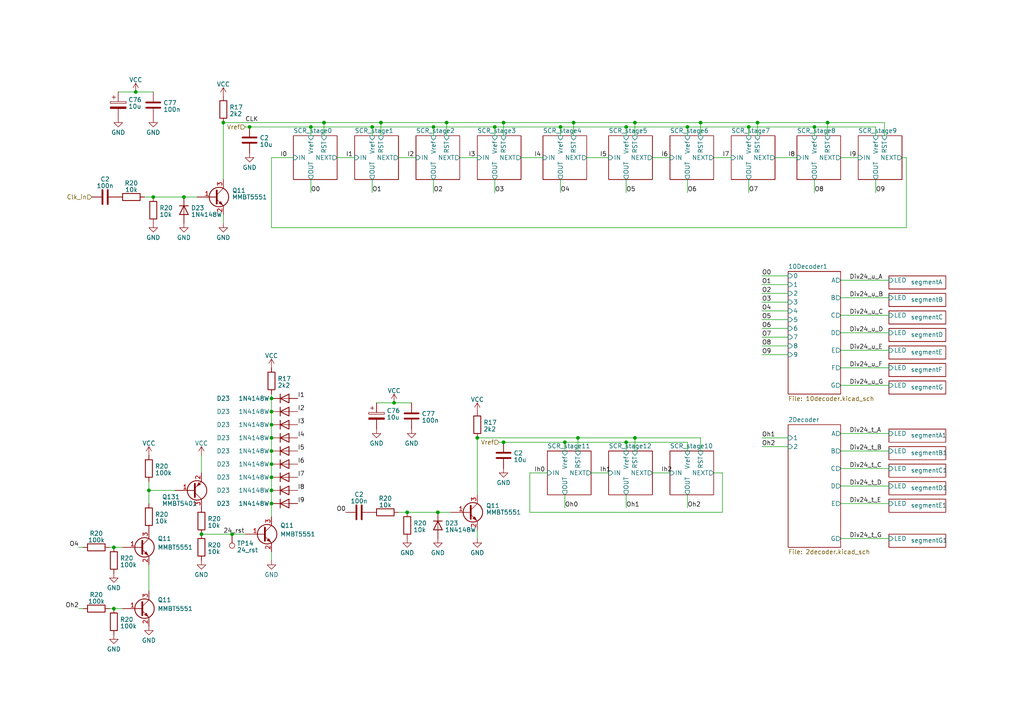
<source format=kicad_sch>
(kicad_sch (version 20230121) (generator eeschema)
  (paper "A4")
  (junction (at 146.05 35.56))
  (junction (at 33.02 158.75))
  (junction (at 39.37 26.67))
  (junction (at 93.98 35.56))
  (junction (at 199.39 36.83))
  (junction (at 146.05 128.27))
  (junction (at 33.02 176.53))
  (junction (at 78.74 119.38))
  (junction (at 53.34 57.15))
  (junction (at 78.74 146.05))
  (junction (at 166.37 35.56))
  (junction (at 58.42 154.94))
  (junction (at 78.74 130.81))
  (junction (at 203.2 35.56))
  (junction (at 114.3 116.84))
  (junction (at 78.74 134.62))
  (junction (at 125.73 36.83))
  (junction (at 44.45 57.15))
  (junction (at 184.15 127))
  (junction (at 219.71 35.56))
  (junction (at 78.74 115.57))
  (junction (at 236.22 36.83))
  (junction (at 167.64 127))
  (junction (at 240.03 35.56))
  (junction (at 163.83 128.27))
  (junction (at 143.51 36.83))
  (junction (at 184.15 35.56))
  (junction (at 118.11 148.59))
  (junction (at 107.95 36.83))
  (junction (at 162.56 36.83))
  (junction (at 78.74 123.19))
  (junction (at 138.43 127))
  (junction (at 78.74 127))
  (junction (at 110.49 35.56))
  (junction (at 78.74 138.43))
  (junction (at 72.39 36.83))
  (junction (at 181.61 36.83))
  (junction (at 181.61 128.27))
  (junction (at 127 148.59))
  (junction (at 129.54 35.56))
  (junction (at 90.17 36.83))
  (junction (at 78.74 142.24))
  (junction (at 217.17 36.83))
  (junction (at 67.31 154.94))
  (junction (at 64.77 35.56))
  (junction (at 43.18 142.24))
  (wire (pts (xy 243.84 125.73) (xy 257.81 125.73)))
  (wire (pts (xy 162.56 36.83) (xy 181.61 36.83)))
  (wire (pts (xy 78.74 134.62) (xy 78.74 138.43)))
  (wire (pts (xy 107.95 39.37) (xy 107.95 36.83)))
  (wire (pts (xy 125.73 39.37) (xy 125.73 36.83)))
  (wire (pts (xy 243.84 146.05) (xy 257.81 146.05)))
  (wire (pts (xy 78.74 127) (xy 78.74 130.81)))
  (wire (pts (xy 34.29 26.67) (xy 39.37 26.67)))
  (wire (pts (xy 184.15 35.56) (xy 184.15 39.37)))
  (wire (pts (xy 78.74 115.57) (xy 78.74 119.38)))
  (wire (pts (xy 125.73 36.83) (xy 143.51 36.83)))
  (wire (pts (xy 236.22 52.07) (xy 236.22 55.88)))
  (wire (pts (xy 219.71 35.56) (xy 240.03 35.56)))
  (wire (pts (xy 151.13 45.72) (xy 157.48 45.72)))
  (wire (pts (xy 90.17 36.83) (xy 90.17 39.37)))
  (wire (pts (xy 166.37 35.56) (xy 184.15 35.56)))
  (wire (pts (xy 262.89 45.72) (xy 262.89 66.04)))
  (wire (pts (xy 243.84 140.97) (xy 257.81 140.97)))
  (wire (pts (xy 33.02 158.75) (xy 31.75 158.75)))
  (wire (pts (xy 181.61 130.81) (xy 181.61 128.27)))
  (wire (pts (xy 220.98 95.25) (xy 228.6 95.25)))
  (wire (pts (xy 199.39 39.37) (xy 199.39 36.83)))
  (wire (pts (xy 243.84 81.28) (xy 257.81 81.28)))
  (wire (pts (xy 220.98 100.33) (xy 228.6 100.33)))
  (wire (pts (xy 181.61 52.07) (xy 181.61 55.88)))
  (wire (pts (xy 114.3 116.84) (xy 119.38 116.84)))
  (wire (pts (xy 144.78 128.27) (xy 146.05 128.27)))
  (wire (pts (xy 207.01 45.72) (xy 212.09 45.72)))
  (wire (pts (xy 22.86 176.53) (xy 24.13 176.53)))
  (wire (pts (xy 110.49 35.56) (xy 129.54 35.56)))
  (wire (pts (xy 163.83 128.27) (xy 163.83 130.81)))
  (wire (pts (xy 243.84 111.76) (xy 257.81 111.76)))
  (wire (pts (xy 129.54 35.56) (xy 129.54 39.37)))
  (wire (pts (xy 220.98 87.63) (xy 228.6 87.63)))
  (wire (pts (xy 220.98 80.01) (xy 228.6 80.01)))
  (wire (pts (xy 207.01 137.16) (xy 209.55 137.16)))
  (wire (pts (xy 43.18 142.24) (xy 43.18 146.05)))
  (wire (pts (xy 158.75 137.16) (xy 153.67 137.16)))
  (wire (pts (xy 138.43 127) (xy 167.64 127)))
  (wire (pts (xy 243.84 156.21) (xy 257.81 156.21)))
  (wire (pts (xy 93.98 39.37) (xy 93.98 35.56)))
  (wire (pts (xy 220.98 82.55) (xy 228.6 82.55)))
  (wire (pts (xy 53.34 57.15) (xy 44.45 57.15)))
  (wire (pts (xy 78.74 146.05) (xy 78.74 149.86)))
  (wire (pts (xy 220.98 85.09) (xy 228.6 85.09)))
  (wire (pts (xy 33.02 176.53) (xy 31.75 176.53)))
  (wire (pts (xy 171.45 137.16) (xy 176.53 137.16)))
  (wire (pts (xy 107.95 52.07) (xy 107.95 55.88)))
  (wire (pts (xy 217.17 52.07) (xy 217.17 55.88)))
  (wire (pts (xy 199.39 130.81) (xy 199.39 128.27)))
  (wire (pts (xy 199.39 52.07) (xy 199.39 55.88)))
  (wire (pts (xy 133.35 45.72) (xy 138.43 45.72)))
  (wire (pts (xy 203.2 127) (xy 203.2 130.81)))
  (wire (pts (xy 243.84 106.68) (xy 257.81 106.68)))
  (wire (pts (xy 97.79 45.72) (xy 102.87 45.72)))
  (wire (pts (xy 130.81 148.59) (xy 127 148.59)))
  (wire (pts (xy 85.09 45.72) (xy 78.74 45.72)))
  (wire (pts (xy 125.73 52.07) (xy 125.73 55.88)))
  (wire (pts (xy 72.39 36.83) (xy 90.17 36.83)))
  (wire (pts (xy 236.22 39.37) (xy 236.22 36.83)))
  (wire (pts (xy 71.12 36.83) (xy 72.39 36.83)))
  (wire (pts (xy 78.74 123.19) (xy 78.74 127)))
  (wire (pts (xy 146.05 35.56) (xy 166.37 35.56)))
  (wire (pts (xy 110.49 35.56) (xy 110.49 39.37)))
  (wire (pts (xy 166.37 35.56) (xy 166.37 39.37)))
  (wire (pts (xy 163.83 143.51) (xy 163.83 147.32)))
  (wire (pts (xy 181.61 36.83) (xy 199.39 36.83)))
  (wire (pts (xy 138.43 156.21) (xy 138.43 153.67)))
  (wire (pts (xy 219.71 35.56) (xy 219.71 39.37)))
  (wire (pts (xy 220.98 90.17) (xy 228.6 90.17)))
  (wire (pts (xy 243.84 86.36) (xy 257.81 86.36)))
  (wire (pts (xy 57.15 57.15) (xy 53.34 57.15)))
  (wire (pts (xy 153.67 137.16) (xy 153.67 148.59)))
  (wire (pts (xy 109.22 116.84) (xy 114.3 116.84)))
  (wire (pts (xy 143.51 39.37) (xy 143.51 36.83)))
  (wire (pts (xy 184.15 35.56) (xy 203.2 35.56)))
  (wire (pts (xy 217.17 36.83) (xy 236.22 36.83)))
  (wire (pts (xy 181.61 39.37) (xy 181.61 36.83)))
  (wire (pts (xy 243.84 130.81) (xy 257.81 130.81)))
  (wire (pts (xy 115.57 45.72) (xy 120.65 45.72)))
  (wire (pts (xy 224.79 45.72) (xy 231.14 45.72)))
  (wire (pts (xy 240.03 35.56) (xy 256.54 35.56)))
  (wire (pts (xy 181.61 128.27) (xy 199.39 128.27)))
  (wire (pts (xy 107.95 36.83) (xy 125.73 36.83)))
  (wire (pts (xy 90.17 36.83) (xy 107.95 36.83)))
  (wire (pts (xy 243.84 91.44) (xy 257.81 91.44)))
  (wire (pts (xy 189.23 137.16) (xy 194.31 137.16)))
  (wire (pts (xy 129.54 35.56) (xy 146.05 35.56)))
  (wire (pts (xy 33.02 176.53) (xy 35.56 176.53)))
  (wire (pts (xy 67.31 154.94) (xy 71.12 154.94)))
  (wire (pts (xy 143.51 36.83) (xy 162.56 36.83)))
  (wire (pts (xy 90.17 52.07) (xy 90.17 55.88)))
  (wire (pts (xy 199.39 36.83) (xy 217.17 36.83)))
  (wire (pts (xy 203.2 35.56) (xy 203.2 39.37)))
  (wire (pts (xy 39.37 26.67) (xy 44.45 26.67)))
  (wire (pts (xy 78.74 130.81) (xy 78.74 134.62)))
  (wire (pts (xy 163.83 128.27) (xy 181.61 128.27)))
  (wire (pts (xy 64.77 35.56) (xy 93.98 35.56)))
  (wire (pts (xy 78.74 162.56) (xy 78.74 160.02)))
  (wire (pts (xy 167.64 130.81) (xy 167.64 127)))
  (wire (pts (xy 64.77 64.77) (xy 64.77 62.23)))
  (wire (pts (xy 220.98 97.79) (xy 228.6 97.79)))
  (wire (pts (xy 138.43 143.51) (xy 138.43 127)))
  (wire (pts (xy 217.17 39.37) (xy 217.17 36.83)))
  (wire (pts (xy 184.15 127) (xy 203.2 127)))
  (wire (pts (xy 181.61 143.51) (xy 181.61 147.32)))
  (wire (pts (xy 203.2 35.56) (xy 219.71 35.56)))
  (wire (pts (xy 243.84 96.52) (xy 257.81 96.52)))
  (wire (pts (xy 209.55 137.16) (xy 209.55 148.59)))
  (wire (pts (xy 78.74 142.24) (xy 78.74 146.05)))
  (wire (pts (xy 44.45 57.15) (xy 41.91 57.15)))
  (wire (pts (xy 146.05 128.27) (xy 163.83 128.27)))
  (wire (pts (xy 78.74 45.72) (xy 78.74 66.04)))
  (wire (pts (xy 220.98 92.71) (xy 228.6 92.71)))
  (wire (pts (xy 261.62 45.72) (xy 262.89 45.72)))
  (wire (pts (xy 170.18 45.72) (xy 176.53 45.72)))
  (wire (pts (xy 78.74 115.57) (xy 78.74 114.3)))
  (wire (pts (xy 254 39.37) (xy 254 36.83)))
  (wire (pts (xy 243.84 101.6) (xy 257.81 101.6)))
  (wire (pts (xy 199.39 143.51) (xy 199.39 147.32)))
  (wire (pts (xy 243.84 45.72) (xy 248.92 45.72)))
  (wire (pts (xy 78.74 66.04) (xy 262.89 66.04)))
  (wire (pts (xy 189.23 45.72) (xy 194.31 45.72)))
  (wire (pts (xy 143.51 52.07) (xy 143.51 55.88)))
  (wire (pts (xy 162.56 52.07) (xy 162.56 55.88)))
  (wire (pts (xy 33.02 158.75) (xy 35.56 158.75)))
  (wire (pts (xy 220.98 127) (xy 228.6 127)))
  (wire (pts (xy 78.74 138.43) (xy 78.74 142.24)))
  (wire (pts (xy 254 52.07) (xy 254 55.88)))
  (wire (pts (xy 43.18 142.24) (xy 50.8 142.24)))
  (wire (pts (xy 220.98 102.87) (xy 228.6 102.87)))
  (wire (pts (xy 43.18 139.7) (xy 43.18 142.24)))
  (wire (pts (xy 209.55 148.59) (xy 153.67 148.59)))
  (wire (pts (xy 240.03 35.56) (xy 240.03 39.37)))
  (wire (pts (xy 22.86 158.75) (xy 24.13 158.75)))
  (wire (pts (xy 58.42 154.94) (xy 67.31 154.94)))
  (wire (pts (xy 64.77 52.07) (xy 64.77 35.56)))
  (wire (pts (xy 167.64 127) (xy 184.15 127)))
  (wire (pts (xy 184.15 127) (xy 184.15 130.81)))
  (wire (pts (xy 162.56 39.37) (xy 162.56 36.83)))
  (wire (pts (xy 236.22 36.83) (xy 254 36.83)))
  (wire (pts (xy 256.54 35.56) (xy 256.54 39.37)))
  (wire (pts (xy 118.11 148.59) (xy 115.57 148.59)))
  (wire (pts (xy 146.05 35.56) (xy 146.05 39.37)))
  (wire (pts (xy 127 148.59) (xy 118.11 148.59)))
  (wire (pts (xy 43.18 171.45) (xy 43.18 163.83)))
  (wire (pts (xy 93.98 35.56) (xy 110.49 35.56)))
  (wire (pts (xy 58.42 132.08) (xy 58.42 137.16)))
  (wire (pts (xy 220.98 129.54) (xy 228.6 129.54)))
  (wire (pts (xy 78.74 119.38) (xy 78.74 123.19)))
  (wire (pts (xy 243.84 135.89) (xy 257.81 135.89)))
  (label "Oh1" (at 220.98 127 0))
  (label "Oh2" (at 199.39 147.32 0))
  (label "I9" (at 246.38 45.72 0))
  (label "O9" (at 220.98 102.87 0))
  (label "I4" (at 86.36 127 0))
  (label "Div24_t_E" (at 246.38 146.05 0))
  (label "Div24_u_B" (at 246.38 86.36 0))
  (label "Div24_u_E" (at 246.38 101.6 0))
  (label "Div24_t_G" (at 246.38 156.21 0))
  (label "Oh0" (at 163.83 147.32 0))
  (label "Div24_u_G" (at 246.38 111.76 0))
  (label "O4" (at 220.98 90.17 0))
  (label "I7" (at 86.36 138.43 0))
  (label "I6" (at 191.77 45.72 0))
  (label "I6" (at 86.36 134.62 0))
  (label "I3" (at 86.36 123.19 0))
  (label "I5" (at 173.99 45.72 0))
  (label "O1" (at 220.98 82.55 0))
  (label "I7" (at 209.55 45.72 0))
  (label "Div24_t_A" (at 246.38 125.73 0))
  (label "O1" (at 107.95 55.88 0))
  (label "Ih1" (at 173.99 137.16 0))
  (label "O3" (at 220.98 87.63 0))
  (label "I9" (at 86.36 146.05 0))
  (label "O2" (at 125.73 55.88 0))
  (label "Div24_u_D" (at 246.38 96.52 0))
  (label "CLK" (at 71.12 35.56 0))
  (label "O8" (at 220.98 100.33 0))
  (label "O0" (at 90.17 55.88 0))
  (label "O2" (at 220.98 85.09 0))
  (label "O8" (at 236.22 55.88 0))
  (label "I8" (at 86.36 142.24 0))
  (label "O6" (at 220.98 95.25 0))
  (label "O7" (at 217.17 55.88 0))
  (label "Div24_u_C" (at 246.38 91.44 0))
  (label "Div24_t_D" (at 246.38 140.97 0))
  (label "Div24_t_B" (at 246.38 130.81 0))
  (label "O5" (at 181.61 55.88 0))
  (label "I5" (at 86.36 130.81 0))
  (label "24_rst" (at 64.77 154.94 0))
  (label "I1" (at 100.33 45.72 0))
  (label "O3" (at 143.51 55.88 0))
  (label "O4" (at 22.86 158.75 180))
  (label "Div24_t_C" (at 246.38 135.89 0))
  (label "O0" (at 100.33 148.59 180))
  (label "Div24_u_A" (at 246.38 81.28 0))
  (label "Ih0" (at 154.94 137.16 0))
  (label "I2" (at 118.11 45.72 0))
  (label "Ih2" (at 191.77 137.16 0))
  (label "I1" (at 86.36 115.57 0))
  (label "I3" (at 135.89 45.72 0))
  (label "I2" (at 86.36 119.38 0))
  (label "O7" (at 220.98 97.79 0))
  (label "O6" (at 199.39 55.88 0))
  (label "I4" (at 154.94 45.72 0))
  (label "I0" (at 81.28 45.72 0))
  (label "Div24_u_F" (at 246.38 106.68 0))
  (label "O0" (at 220.98 80.01 0))
  (label "O4" (at 162.56 55.88 0))
  (label "O5" (at 220.98 92.71 0))
  (label "O9" (at 254 55.88 0))
  (label "Oh2" (at 220.98 129.54 0))
  (label "I8" (at 228.6 45.72 0))
  (label "Oh1" (at 181.61 147.32 0))
  (label "Oh2" (at 22.86 176.53 180))
  (hierarchical_label "Vref" (shape input) (at 144.78 128.27 180))
  (hierarchical_label "Clk_in" (shape input) (at 26.67 57.15 180))
  (hierarchical_label "Vref" (shape input) (at 71.12 36.83 180))
  (symbol (lib_id "power:GND") (at 53.34 64.77 0) (unit 1)
    (property "Reference" "#PWR034" (effects hide))
    (property "Value" "GND" (at 53.34 68.9055 0))
    (instances (project "transistor_clock" (path "" (reference "#PWR034") (unit 1)) (path "" (reference "#PWR077") (unit 1)) (path "" (reference "#PWR0113") (unit 1)) (path "" (reference "#PWR0152") (unit 1))))
  )
  (symbol (lib_id "power:GND") (at 34.29 34.29 0) (unit 1)
    (property "Reference" "#PWR09" (effects hide))
    (property "Value" "GND" (at 34.29 38.4255 0))
    (instances (project "transistor_clock" (path "" (reference "#PWR09") (unit 1)) (path "" (reference "#PWR0112") (unit 1)) (path "" (reference "#PWR0181") (unit 1)) (path "" (reference "#PWR0253") (unit 1)) (path "" (reference "#PWR074") (unit 1)) (path "" (reference "#PWR0110") (unit 1)) (path "" (reference "#PWR0109") (unit 1))))
  )
  (symbol (lib_id "Connector:TestPoint") (at 67.31 154.94 180) (unit 1)
    (property "Reference" "TP14" (at 68.707 157.5983 0) (effects (justify right)))
    (property "Value" "24_rst" (at 68.707 159.5193 0) (effects (justify right)))
    (property "Footprint" "footprints:RCSRCW_0C_testpoint_1206" (effects hide))
    (property "Assembly" "OK" (effects hide))
    (instances (project "transistor_clock" (path "" (reference "TP14") (unit 1)) (path "" (reference "TP15") (unit 1))))
  )
  (symbol (lib_id "Device:R") (at 33.02 180.34 0) (unit 1)
    (property "Reference" "R20" (at 34.798 179.6963 0) (effects (justify left)))
    (property "Value" "100k" (at 34.798 181.6173 0) (effects (justify left)))
    (property "Footprint" "Resistor_SMD:R_0603_1608Metric" (effects hide))
    (property "Assembly" "True" (effects hide))
    (property "LCSC_PN" "C25803" (effects hide))
    (property "Price" "0.0009" (effects hide))
    (instances (project "transistor_clock" (path "" (reference "R20") (unit 1)) (path "" (reference "R56") (unit 1)) (path "" (reference "R52") (unit 1)) (path "" (reference "R90") (unit 1)) (path "" (reference "R330") (unit 1))))
  )
  (symbol (lib_id "Device:R") (at 38.1 57.15 90) (unit 1)
    (property "Reference" "R20" (at 38.1 53.1241 90))
    (property "Value" "10k" (at 38.1 55.0451 90))
    (property "Footprint" "Resistor_SMD:R_0603_1608Metric" (effects hide))
    (property "Assembly" "True" (effects hide))
    (property "LCSC_PN" "C25804" (effects hide))
    (property "Price" "0.0008" (effects hide))
    (instances (project "transistor_clock" (path "" (reference "R20") (unit 1)) (path "" (reference "R56") (unit 1)) (path "" (reference "R52") (unit 1)) (path "" (reference "R90") (unit 1)) (path "" (reference "R168") (unit 1))))
  )
  (symbol (lib_id "power:GND") (at 127 156.21 0) (unit 1)
    (property "Reference" "#PWR034" (effects hide))
    (property "Value" "GND" (at 127 160.3455 0))
    (instances (project "transistor_clock" (path "" (reference "#PWR034") (unit 1)) (path "" (reference "#PWR077") (unit 1)) (path "" (reference "#PWR0113") (unit 1)) (path "" (reference "#PWR0200") (unit 1))))
  )
  (symbol (lib_id "Device:R") (at 111.76 148.59 90) (unit 1)
    (property "Reference" "R20" (at 111.76 144.5641 90))
    (property "Value" "10k" (at 111.76 146.4851 90))
    (property "Footprint" "Resistor_SMD:R_0603_1608Metric" (effects hide))
    (property "Assembly" "True" (effects hide))
    (property "LCSC_PN" "C25804" (effects hide))
    (property "Price" "0.0008" (effects hide))
    (instances (project "transistor_clock" (path "" (reference "R20") (unit 1)) (path "" (reference "R56") (unit 1)) (path "" (reference "R52") (unit 1)) (path "" (reference "R90") (unit 1)) (path "" (reference "R327") (unit 1))))
  )
  (symbol (lib_id "Device:C_Polarized") (at 109.22 120.65 0) (unit 1)
    (property "Reference" "C76" (at 112.141 119.1173 0) (effects (justify left)))
    (property "Value" "10u" (at 112.141 121.0383 0) (effects (justify left)))
    (property "Footprint" "Capacitor_SMD:C_0805_2012Metric" (effects hide))
    (property "Assembly" "True" (effects hide))
    (property "LCSC_PN" "C15850" (effects hide))
    (property "Price" "0.0105" (effects hide))
    (instances (project "transistor_clock" (path "" (reference "C76") (unit 1)) (path "" (reference "C19") (unit 1)) (path "" (reference "C28") (unit 1)) (path "" (reference "C58") (unit 1))))
  )
  (symbol (lib_id "Device:D") (at 82.55 115.57 0) (unit 1)
    (property "Reference" "D23" (at 64.77 115.57 0))
    (property "Value" "1N4148W" (at 73.66 115.57 0))
    (property "Footprint" "Diode_SMD:D_SOD-123" (effects hide))
    (property "Sim.Device" "D" (effects hide))
    (property "Sim.Pins" "1=K 2=A" (effects hide))
    (property "Assembly" "True" (effects hide))
    (property "LCSC_PN" "C81598" (effects hide))
    (property "Price" "0.0061" (effects hide))
    (instances (project "transistor_clock" (path "" (reference "D23") (unit 1)) (path "" (reference "D50") (unit 1)) (path "" (reference "D123") (unit 1)) (path "" (reference "D137") (unit 1)) (path "" (reference "D271") (unit 1))))
  )
  (symbol (lib_id "Transistor_BJT:MMBT3904") (at 76.2 154.94 0) (unit 1)
    (property "Reference" "Q11" (at 81.28 152.4 0) (effects (justify left)))
    (property "Value" "MMBT5551" (at 81.28 154.94 0) (effects (justify left)))
    (property "Footprint" "Package_TO_SOT_SMD:SOT-23" (effects hide))
    (property "Datasheet" "https://www.onsemi.com/pub/Collateral/2N3903-D.PDF" (effects hide))
    (property "Assembly" "True" (effects hide))
    (property "LCSC_PN" "C2145" (effects hide))
    (property "Price" "0.0136" (effects hide))
    (instances (project "transistor_clock" (path "" (reference "Q11") (unit 1)) (path "" (reference "Q28") (unit 1)) (path "" (reference "Q26") (unit 1)) (path "" (reference "Q45") (unit 1)) (path "" (reference "Q97") (unit 1))))
  )
  (symbol (lib_id "Transistor_BJT:MMBT3904") (at 135.89 148.59 0) (unit 1)
    (property "Reference" "Q11" (at 140.97 146.685 0) (effects (justify left)))
    (property "Value" "MMBT5551" (at 140.97 148.59 0) (effects (justify left)))
    (property "Footprint" "Package_TO_SOT_SMD:SOT-23" (effects hide))
    (property "Datasheet" "https://www.onsemi.com/pub/Collateral/2N3903-D.PDF" (effects hide))
    (property "Assembly" "True" (effects hide))
    (property "LCSC_PN" "C2145" (effects hide))
    (property "Price" "0.0136" (effects hide))
    (instances (project "transistor_clock" (path "" (reference "Q11") (unit 1)) (path "" (reference "Q28") (unit 1)) (path "" (reference "Q26") (unit 1)) (path "" (reference "Q45") (unit 1)) (path "" (reference "Q158") (unit 1))))
  )
  (symbol (lib_id "power:GND") (at 33.02 184.15 0) (unit 1)
    (property "Reference" "#PWR034" (effects hide))
    (property "Value" "GND" (at 33.02 188.2855 0))
    (instances (project "transistor_clock" (path "" (reference "#PWR034") (unit 1)) (path "" (reference "#PWR077") (unit 1)) (path "" (reference "#PWR0113") (unit 1)) (path "" (reference "#PWR0239") (unit 1))))
  )
  (symbol (lib_id "power:GND") (at 118.11 156.21 0) (unit 1)
    (property "Reference" "#PWR034" (effects hide))
    (property "Value" "GND" (at 118.11 160.3455 0))
    (instances (project "transistor_clock" (path "" (reference "#PWR034") (unit 1)) (path "" (reference "#PWR077") (unit 1)) (path "" (reference "#PWR0113") (unit 1)) (path "" (reference "#PWR0199") (unit 1))))
  )
  (symbol (lib_id "Device:C") (at 30.48 57.15 90) (unit 1)
    (property "Reference" "C2" (at 30.48 51.9811 90))
    (property "Value" "100n" (at 30.48 53.9021 90))
    (property "Footprint" "Capacitor_SMD:C_0603_1608Metric" (effects hide))
    (property "Assembly" "True" (effects hide))
    (property "LCSC_PN" "C14663" (effects hide))
    (property "Price" "0.0021" (effects hide))
    (instances (project "transistor_clock" (path "" (reference "C2") (unit 1)) (path "" (reference "C11") (unit 1)) (path "" (reference "C21") (unit 1)) (path "" (reference "C30") (unit 1)) (path "" (reference "C41") (unit 1))))
  )
  (symbol (lib_id "Transistor_BJT:MMBT3904") (at 40.64 158.75 0) (unit 1)
    (property "Reference" "Q11" (at 45.72 156.21 0) (effects (justify left)))
    (property "Value" "MMBT5551" (at 45.72 158.75 0) (effects (justify left)))
    (property "Footprint" "Package_TO_SOT_SMD:SOT-23" (effects hide))
    (property "Datasheet" "https://www.onsemi.com/pub/Collateral/2N3903-D.PDF" (effects hide))
    (property "Assembly" "True" (effects hide))
    (property "LCSC_PN" "C2145" (effects hide))
    (property "Price" "0.0136" (effects hide))
    (instances (project "transistor_clock" (path "" (reference "Q11") (unit 1)) (path "" (reference "Q28") (unit 1)) (path "" (reference "Q26") (unit 1)) (path "" (reference "Q45") (unit 1)) (path "" (reference "Q99") (unit 1))))
  )
  (symbol (lib_id "Device:R") (at 27.94 158.75 270) (unit 1)
    (property "Reference" "R20" (at 27.94 154.7241 90))
    (property "Value" "100k" (at 27.94 156.6451 90))
    (property "Footprint" "Resistor_SMD:R_0603_1608Metric" (effects hide))
    (property "Assembly" "True" (effects hide))
    (property "LCSC_PN" "C25803" (effects hide))
    (property "Price" "0.0009" (effects hide))
    (instances (project "transistor_clock" (path "" (reference "R20") (unit 1)) (path "" (reference "R56") (unit 1)) (path "" (reference "R52") (unit 1)) (path "" (reference "R90") (unit 1)) (path "" (reference "R222") (unit 1))))
  )
  (symbol (lib_id "Device:R") (at 138.43 123.19 0) (unit 1)
    (property "Reference" "R17" (at 140.208 122.5463 0) (effects (justify left)))
    (property "Value" "2k2" (at 140.208 124.4673 0) (effects (justify left)))
    (property "Footprint" "Resistor_SMD:R_0603_1608Metric" (effects hide))
    (property "Assembly" "True" (effects hide))
    (property "LCSC_PN" "C4190" (effects hide))
    (property "Price" "0.0009" (effects hide))
    (instances (project "transistor_clock" (path "" (reference "R17") (unit 1)) (path "" (reference "R53") (unit 1)) (path "" (reference "R91") (unit 1)) (path "" (reference "R329") (unit 1))))
  )
  (symbol (lib_id "Device:C_Polarized") (at 34.29 30.48 0) (unit 1)
    (property "Reference" "C76" (at 37.211 28.9473 0) (effects (justify left)))
    (property "Value" "10u" (at 37.211 30.8683 0) (effects (justify left)))
    (property "Footprint" "Capacitor_SMD:C_0805_2012Metric" (effects hide))
    (property "Assembly" "True" (effects hide))
    (property "LCSC_PN" "C15850" (effects hide))
    (property "Price" "0.0105" (effects hide))
    (instances (project "transistor_clock" (path "" (reference "C76") (unit 1)) (path "" (reference "C19") (unit 1)) (path "" (reference "C28") (unit 1)) (path "" (reference "C27") (unit 1))))
  )
  (symbol (lib_id "Device:C") (at 72.39 40.64 180) (unit 1)
    (property "Reference" "C2" (at 75.311 39.9963 0) (effects (justify right)))
    (property "Value" "10u" (at 75.311 41.9173 0) (effects (justify right)))
    (property "Footprint" "Capacitor_SMD:C_0805_2012Metric" (effects hide))
    (property "Assembly" "True" (effects hide))
    (property "LCSC_PN" "C15850" (effects hide))
    (property "Price" "0.0105" (effects hide))
    (instances (project "transistor_clock" (path "" (reference "C2") (unit 1)) (path "" (reference "C1") (unit 1)) (path "" (reference "C22") (unit 1)) (path "" (reference "C31") (unit 1)) (path "" (reference "C43") (unit 1))))
  )
  (symbol (lib_id "power:VCC") (at 58.42 132.08 0) (unit 1)
    (property "Reference" "#PWR022" (effects hide))
    (property "Value" "VCC" (at 58.42 128.5781 0))
    (instances (project "transistor_clock" (path "" (reference "#PWR022") (unit 1)) (path "" (reference "#PWR078") (unit 1)) (path "" (reference "#PWR0114") (unit 1)) (path "" (reference "#PWR0187") (unit 1))))
  )
  (symbol (lib_id "power:VCC") (at 138.43 119.38 0) (unit 1)
    (property "Reference" "#PWR022" (effects hide))
    (property "Value" "VCC" (at 138.43 115.8781 0))
    (instances (project "transistor_clock" (path "" (reference "#PWR022") (unit 1)) (path "" (reference "#PWR078") (unit 1)) (path "" (reference "#PWR0114") (unit 1)) (path "" (reference "#PWR0219") (unit 1))))
  )
  (symbol (lib_id "Device:C") (at 44.45 30.48 180) (unit 1)
    (property "Reference" "C77" (at 47.371 29.8363 0) (effects (justify right)))
    (property "Value" "100n" (at 47.371 31.7573 0) (effects (justify right)))
    (property "Footprint" "Capacitor_SMD:C_0603_1608Metric" (effects hide))
    (property "Assembly" "True" (effects hide))
    (property "LCSC_PN" "C14663" (effects hide))
    (property "Price" "0.0021" (effects hide))
    (instances (project "transistor_clock" (path "" (reference "C77") (unit 1)) (path "" (reference "C20") (unit 1)) (path "" (reference "C29") (unit 1)) (path "" (reference "C2") (unit 1)) (path "" (reference "C33") (unit 1)) (path "" (reference "C1") (unit 1)) (path "" (reference "C42") (unit 1))))
  )
  (symbol (lib_id "power:GND") (at 138.43 156.21 0) (unit 1)
    (property "Reference" "#PWR033" (effects hide))
    (property "Value" "GND" (at 138.43 160.3455 0))
    (instances (project "transistor_clock" (path "" (reference "#PWR033") (unit 1)) (path "" (reference "#PWR079") (unit 1)) (path "" (reference "#PWR0115") (unit 1)) (path "" (reference "#PWR0220") (unit 1))))
  )
  (symbol (lib_id "power:GND") (at 72.39 44.45 0) (unit 1)
    (property "Reference" "#PWR07" (effects hide))
    (property "Value" "GND" (at 72.39 48.5855 0))
    (instances (project "transistor_clock" (path "" (reference "#PWR07") (unit 1)) (path "" (reference "#PWR080") (unit 1)) (path "" (reference "#PWR0116") (unit 1)) (path "" (reference "#PWR0155") (unit 1))))
  )
  (symbol (lib_id "power:VCC") (at 43.18 132.08 0) (unit 1)
    (property "Reference" "#PWR022" (effects hide))
    (property "Value" "VCC" (at 43.18 128.5781 0))
    (instances (project "transistor_clock" (path "" (reference "#PWR022") (unit 1)) (path "" (reference "#PWR078") (unit 1)) (path "" (reference "#PWR0114") (unit 1)) (path "" (reference "#PWR0189") (unit 1))))
  )
  (symbol (lib_id "power:GND") (at 58.42 162.56 0) (unit 1)
    (property "Reference" "#PWR034" (effects hide))
    (property "Value" "GND" (at 58.42 166.6955 0))
    (instances (project "transistor_clock" (path "" (reference "#PWR034") (unit 1)) (path "" (reference "#PWR077") (unit 1)) (path "" (reference "#PWR0113") (unit 1)) (path "" (reference "#PWR0188") (unit 1))))
  )
  (symbol (lib_id "Device:R") (at 27.94 176.53 270) (unit 1)
    (property "Reference" "R20" (at 27.94 172.5041 90))
    (property "Value" "100k" (at 27.94 174.4251 90))
    (property "Footprint" "Resistor_SMD:R_0603_1608Metric" (effects hide))
    (property "Assembly" "True" (effects hide))
    (property "LCSC_PN" "C25803" (effects hide))
    (property "Price" "0.0009" (effects hide))
    (instances (project "transistor_clock" (path "" (reference "R20") (unit 1)) (path "" (reference "R56") (unit 1)) (path "" (reference "R52") (unit 1)) (path "" (reference "R90") (unit 1)) (path "" (reference "R223") (unit 1))))
  )
  (symbol (lib_id "Device:R") (at 43.18 149.86 180) (unit 1)
    (property "Reference" "R20" (at 44.958 149.2163 0) (effects (justify right)))
    (property "Value" "10k" (at 44.958 151.1373 0) (effects (justify right)))
    (property "Footprint" "Resistor_SMD:R_0603_1608Metric" (effects hide))
    (property "Assembly" "True" (effects hide))
    (property "LCSC_PN" "C25804" (effects hide))
    (property "Price" "0.0008" (effects hide))
    (instances (project "transistor_clock" (path "" (reference "R20") (unit 1)) (path "" (reference "R56") (unit 1)) (path "" (reference "R52") (unit 1)) (path "" (reference "R90") (unit 1)) (path "" (reference "R199") (unit 1))))
  )
  (symbol (lib_id "Device:R") (at 44.45 60.96 180) (unit 1)
    (property "Reference" "R20" (at 46.228 60.3163 0) (effects (justify right)))
    (property "Value" "10k" (at 46.228 62.2373 0) (effects (justify right)))
    (property "Footprint" "Resistor_SMD:R_0603_1608Metric" (effects hide))
    (property "Assembly" "True" (effects hide))
    (property "LCSC_PN" "C25804" (effects hide))
    (property "Price" "0.0008" (effects hide))
    (instances (project "transistor_clock" (path "" (reference "R20") (unit 1)) (path "" (reference "R56") (unit 1)) (path "" (reference "R52") (unit 1)) (path "" (reference "R90") (unit 1)) (path "" (reference "R194") (unit 1))))
  )
  (symbol (lib_id "power:VCC") (at 39.37 26.67 0) (unit 1)
    (property "Reference" "#PWR022" (effects hide))
    (property "Value" "VCC" (at 39.37 23.1681 0))
    (instances (project "transistor_clock" (path "" (reference "#PWR022") (unit 1)) (path "" (reference "#PWR0114") (unit 1)) (path "" (reference "#PWR0191") (unit 1)) (path "" (reference "#PWR0261") (unit 1)) (path "" (reference "#PWR075") (unit 1)) (path "" (reference "#PWR0111") (unit 1)) (path "" (reference "#PWR0150") (unit 1))))
  )
  (symbol (lib_id "Device:C") (at 104.14 148.59 90) (unit 1)
    (property "Reference" "C2" (at 104.14 143.4211 90))
    (property "Value" "100n" (at 104.14 145.3421 90))
    (property "Footprint" "Capacitor_SMD:C_0603_1608Metric" (effects hide))
    (property "Assembly" "True" (effects hide))
    (property "LCSC_PN" "C14663" (effects hide))
    (property "Price" "0.0021" (effects hide))
    (instances (project "transistor_clock" (path "" (reference "C2") (unit 1)) (path "" (reference "C11") (unit 1)) (path "" (reference "C21") (unit 1)) (path "" (reference "C30") (unit 1)) (path "" (reference "C56") (unit 1))))
  )
  (symbol (lib_id "Device:D") (at 82.55 142.24 0) (unit 1)
    (property "Reference" "D23" (at 64.77 142.24 0))
    (property "Value" "1N4148W" (at 73.66 142.24 0))
    (property "Footprint" "Diode_SMD:D_SOD-123" (effects hide))
    (property "Sim.Device" "D" (effects hide))
    (property "Sim.Pins" "1=K 2=A" (effects hide))
    (property "Assembly" "True" (effects hide))
    (property "LCSC_PN" "C81598" (effects hide))
    (property "Price" "0.0061" (effects hide))
    (instances (project "transistor_clock" (path "" (reference "D23") (unit 1)) (path "" (reference "D50") (unit 1)) (path "" (reference "D123") (unit 1)) (path "" (reference "D137") (unit 1)) (path "" (reference "D278") (unit 1))))
  )
  (symbol (lib_id "Device:D") (at 53.34 60.96 270) (unit 1)
    (property "Reference" "D23" (at 55.372 60.3163 90) (effects (justify left)))
    (property "Value" "1N4148W" (at 55.372 62.2373 90) (effects (justify left)))
    (property "Footprint" "Diode_SMD:D_SOD-123" (effects hide))
    (property "Sim.Device" "D" (effects hide))
    (property "Sim.Pins" "1=K 2=A" (effects hide))
    (property "Assembly" "True" (effects hide))
    (property "LCSC_PN" "C81598" (effects hide))
    (property "Price" "0.0061" (effects hide))
    (instances (project "transistor_clock" (path "" (reference "D23") (unit 1)) (path "" (reference "D50") (unit 1)) (path "" (reference "D123") (unit 1)) (path "" (reference "D137") (unit 1)) (path "" (reference "D262") (unit 1))))
  )
  (symbol (lib_id "power:VCC") (at 78.74 106.68 0) (unit 1)
    (property "Reference" "#PWR022" (effects hide))
    (property "Value" "VCC" (at 78.74 103.1781 0))
    (instances (project "transistor_clock" (path "" (reference "#PWR022") (unit 1)) (path "" (reference "#PWR078") (unit 1)) (path "" (reference "#PWR0114") (unit 1)) (path "" (reference "#PWR0190") (unit 1))))
  )
  (symbol (lib_id "Device:R") (at 58.42 151.13 180) (unit 1)
    (property "Reference" "R20" (at 60.198 150.4863 0) (effects (justify right)))
    (property "Value" "10k" (at 60.198 152.4073 0) (effects (justify right)))
    (property "Footprint" "Resistor_SMD:R_0603_1608Metric" (effects hide))
    (property "Assembly" "True" (effects hide))
    (property "LCSC_PN" "C25804" (effects hide))
    (property "Price" "0.0008" (effects hide))
    (instances (project "transistor_clock" (path "" (reference "R20") (unit 1)) (path "" (reference "R56") (unit 1)) (path "" (reference "R52") (unit 1)) (path "" (reference "R90") (unit 1)) (path "" (reference "R195") (unit 1))))
  )
  (symbol (lib_id "Device:D") (at 127 152.4 270) (unit 1)
    (property "Reference" "D23" (at 129.032 151.7563 90) (effects (justify left)))
    (property "Value" "1N4148W" (at 129.032 153.6773 90) (effects (justify left)))
    (property "Footprint" "Diode_SMD:D_SOD-123" (effects hide))
    (property "Sim.Device" "D" (effects hide))
    (property "Sim.Pins" "1=K 2=A" (effects hide))
    (property "Assembly" "True" (effects hide))
    (property "LCSC_PN" "C81598" (effects hide))
    (property "Price" "0.0061" (effects hide))
    (instances (project "transistor_clock" (path "" (reference "D23") (unit 1)) (path "" (reference "D50") (unit 1)) (path "" (reference "D123") (unit 1)) (path "" (reference "D137") (unit 1)) (path "" (reference "D292") (unit 1))))
  )
  (symbol (lib_id "Device:R") (at 118.11 152.4 180) (unit 1)
    (property "Reference" "R20" (at 119.888 151.7563 0) (effects (justify right)))
    (property "Value" "10k" (at 119.888 153.6773 0) (effects (justify right)))
    (property "Footprint" "Resistor_SMD:R_0603_1608Metric" (effects hide))
    (property "Assembly" "True" (effects hide))
    (property "LCSC_PN" "C25804" (effects hide))
    (property "Price" "0.0008" (effects hide))
    (instances (project "transistor_clock" (path "" (reference "R20") (unit 1)) (path "" (reference "R56") (unit 1)) (path "" (reference "R52") (unit 1)) (path "" (reference "R90") (unit 1)) (path "" (reference "R328") (unit 1))))
  )
  (symbol (lib_id "power:GND") (at 119.38 124.46 0) (unit 1)
    (property "Reference" "#PWR09" (effects hide))
    (property "Value" "GND" (at 119.38 128.5955 0))
    (instances (project "transistor_clock" (path "" (reference "#PWR09") (unit 1)) (path "" (reference "#PWR0112") (unit 1)) (path "" (reference "#PWR0181") (unit 1)) (path "" (reference "#PWR0260") (unit 1)) (path "" (reference "#PWR076") (unit 1)) (path "" (reference "#PWR0112") (unit 1)) (path "" (reference "#PWR0292") (unit 1))))
  )
  (symbol (lib_id "power:GND") (at 43.18 181.61 0) (unit 1)
    (property "Reference" "#PWR034" (effects hide))
    (property "Value" "GND" (at 43.18 185.7455 0))
    (instances (project "transistor_clock" (path "" (reference "#PWR034") (unit 1)) (path "" (reference "#PWR077") (unit 1)) (path "" (reference "#PWR0113") (unit 1)) (path "" (reference "#PWR0192") (unit 1))))
  )
  (symbol (lib_id "Device:D") (at 82.55 123.19 0) (unit 1)
    (property "Reference" "D23" (at 64.77 123.19 0))
    (property "Value" "1N4148W" (at 73.66 123.19 0))
    (property "Footprint" "Diode_SMD:D_SOD-123" (effects hide))
    (property "Sim.Device" "D" (effects hide))
    (property "Sim.Pins" "1=K 2=A" (effects hide))
    (property "Assembly" "True" (effects hide))
    (property "LCSC_PN" "C81598" (effects hide))
    (property "Price" "0.0061" (effects hide))
    (instances (project "transistor_clock" (path "" (reference "D23") (unit 1)) (path "" (reference "D50") (unit 1)) (path "" (reference "D123") (unit 1)) (path "" (reference "D137") (unit 1)) (path "" (reference "D273") (unit 1))))
  )
  (symbol (lib_id "power:GND") (at 78.74 162.56 0) (unit 1)
    (property "Reference" "#PWR033" (effects hide))
    (property "Value" "GND" (at 78.74 166.6955 0))
    (instances (project "transistor_clock" (path "" (reference "#PWR033") (unit 1)) (path "" (reference "#PWR079") (unit 1)) (path "" (reference "#PWR0115") (unit 1)) (path "" (reference "#PWR0191") (unit 1))))
  )
  (symbol (lib_id "Transistor_BJT:MMBT3906") (at 55.88 142.24 0) (mirror x) (unit 1)
    (property "Reference" "Q131" (at 46.99 144.129 0) (effects (justify left)))
    (property "Value" "MMBT5401" (at 46.99 146.05 0) (effects (justify left)))
    (property "Footprint" "Package_TO_SOT_SMD:SOT-23" (effects hide))
    (property "Datasheet" "https://www.onsemi.com/pub/Collateral/2N3906-D.PDF" (effects hide))
    (property "Assembly" "True" (effects hide))
    (property "LCSC_PN" "C8326" (effects hide))
    (property "Price" "0.0137" (effects hide))
    (instances (project "transistor_clock" (path "" (reference "Q131") (unit 1)) (path "" (reference "Q34") (unit 1)) (path "" (reference "Q30") (unit 1)) (path "" (reference "Q16") (unit 1)) (path "" (reference "Q145") (unit 1)) (path "" (reference "Q133") (unit 1)) (path "" (reference "Q135") (unit 1)) (path "" (reference "Q139") (unit 1)) (path "" (reference "Q141") (unit 1)) (path "" (reference "Q143") (unit 1)) (path "" (reference "Q50") (unit 1)) (path "" (reference "Q109") (unit 1)) (path "" (reference "Q52") (unit 1)) (path "" (reference "Q86") (unit 1)) (path "" (reference "Q90") (unit 1)) (path "" (reference "Q95") (unit 1)) (path "" (reference "Q92") (unit 1)) (path "" (reference "Q43") (unit 1)) (path "" (reference "Q64") (unit 1)) (path "" (reference "Q70") (unit 1)) (path "" (reference "Q68") (unit 1)) (path "" (reference "Q137") (unit 1)) (path "" (reference "Q60") (unit 1)) (path "" (reference "Q55") (unit 1)) (path "" (reference "Q47") (unit 1)) (path "" (reference "Q14") (unit 1)) (path "" (reference "Q12") (unit 1)) (path "" (reference "Q40") (unit 1)) (path "" (reference "Q147") (unit 1)) (path "" (reference "Q77") (unit 1)) (path "" (reference "Q81") (unit 1)) (path "" (reference "Q72") (unit 1)) (path "" (reference "Q102") (unit 1)) (path "" (reference "Q74") (unit 1)) (path "" (reference "Q149") (unit 1)) (path "" (reference "Q151") (unit 1)) (path "" (reference "Q153") (unit 1)) (path "" (reference "Q9") (unit 1)) (path "" (reference "Q10") (unit 1)) (path "" (reference "Q107") (unit 1)) (path "" (reference "Q18") (unit 1)) (path "" (reference "Q37") (unit 1)) (path "" (reference "Q88") (unit 1)) (path "" (reference "Q98") (unit 1))))
  )
  (symbol (lib_id "power:GND") (at 44.45 34.29 0) (unit 1)
    (property "Reference" "#PWR09" (effects hide))
    (property "Value" "GND" (at 44.45 38.4255 0))
    (instances (project "transistor_clock" (path "" (reference "#PWR09") (unit 1)) (path "" (reference "#PWR0112") (unit 1)) (path "" (reference "#PWR0181") (unit 1)) (path "" (reference "#PWR0260") (unit 1)) (path "" (reference "#PWR076") (unit 1)) (path "" (reference "#PWR0112") (unit 1)) (path "" (reference "#PWR0151") (unit 1))))
  )
  (symbol (lib_id "power:VCC") (at 64.77 27.94 0) (unit 1)
    (property "Reference" "#PWR022" (effects hide))
    (property "Value" "VCC" (at 64.77 24.4381 0))
    (instances (project "transistor_clock" (path "" (reference "#PWR022") (unit 1)) (path "" (reference "#PWR078") (unit 1)) (path "" (reference "#PWR0114") (unit 1)) (path "" (reference "#PWR0153") (unit 1))))
  )
  (symbol (lib_id "Device:R") (at 78.74 110.49 0) (unit 1)
    (property "Reference" "R17" (at 80.518 109.8463 0) (effects (justify left)))
    (property "Value" "2k2" (at 80.518 111.7673 0) (effects (justify left)))
    (property "Footprint" "Resistor_SMD:R_0603_1608Metric" (effects hide))
    (property "Assembly" "True" (effects hide))
    (property "LCSC_PN" "C4190" (effects hide))
    (property "Price" "0.0009" (effects hide))
    (instances (project "transistor_clock" (path "" (reference "R17") (unit 1)) (path "" (reference "R53") (unit 1)) (path "" (reference "R91") (unit 1)) (path "" (reference "R197") (unit 1))))
  )
  (symbol (lib_id "power:GND") (at 146.05 135.89 0) (unit 1)
    (property "Reference" "#PWR07" (effects hide))
    (property "Value" "GND" (at 146.05 140.0255 0))
    (instances (project "transistor_clock" (path "" (reference "#PWR07") (unit 1)) (path "" (reference "#PWR080") (unit 1)) (path "" (reference "#PWR0116") (unit 1)) (path "" (reference "#PWR0231") (unit 1))))
  )
  (symbol (lib_id "power:GND") (at 33.02 166.37 0) (unit 1)
    (property "Reference" "#PWR034" (effects hide))
    (property "Value" "GND" (at 33.02 170.5055 0))
    (instances (project "transistor_clock" (path "" (reference "#PWR034") (unit 1)) (path "" (reference "#PWR077") (unit 1)) (path "" (reference "#PWR0113") (unit 1)) (path "" (reference "#PWR0240") (unit 1))))
  )
  (symbol (lib_id "Device:D") (at 82.55 119.38 0) (unit 1)
    (property "Reference" "D23" (at 64.77 119.38 0))
    (property "Value" "1N4148W" (at 73.66 119.38 0))
    (property "Footprint" "Diode_SMD:D_SOD-123" (effects hide))
    (property "Sim.Device" "D" (effects hide))
    (property "Sim.Pins" "1=K 2=A" (effects hide))
    (property "Assembly" "True" (effects hide))
    (property "LCSC_PN" "C81598" (effects hide))
    (property "Price" "0.0061" (effects hide))
    (instances (project "transistor_clock" (path "" (reference "D23") (unit 1)) (path "" (reference "D50") (unit 1)) (path "" (reference "D123") (unit 1)) (path "" (reference "D137") (unit 1)) (path "" (reference "D272") (unit 1))))
  )
  (symbol (lib_id "Transistor_BJT:MMBT3904") (at 62.23 57.15 0) (unit 1)
    (property "Reference" "Q11" (at 67.31 55.245 0) (effects (justify left)))
    (property "Value" "MMBT5551" (at 67.31 57.15 0) (effects (justify left)))
    (property "Footprint" "Package_TO_SOT_SMD:SOT-23" (effects hide))
    (property "Datasheet" "https://www.onsemi.com/pub/Collateral/2N3903-D.PDF" (effects hide))
    (property "Assembly" "True" (effects hide))
    (property "LCSC_PN" "C2145" (effects hide))
    (property "Price" "0.0136" (effects hide))
    (instances (project "transistor_clock" (path "" (reference "Q11") (unit 1)) (path "" (reference "Q28") (unit 1)) (path "" (reference "Q26") (unit 1)) (path "" (reference "Q45") (unit 1)) (path "" (reference "Q84") (unit 1))))
  )
  (symbol (lib_id "Transistor_BJT:MMBT3904") (at 40.64 176.53 0) (unit 1)
    (property "Reference" "Q11" (at 45.72 173.99 0) (effects (justify left)))
    (property "Value" "MMBT5551" (at 45.72 176.53 0) (effects (justify left)))
    (property "Footprint" "Package_TO_SOT_SMD:SOT-23" (effects hide))
    (property "Datasheet" "https://www.onsemi.com/pub/Collateral/2N3903-D.PDF" (effects hide))
    (property "Assembly" "True" (effects hide))
    (property "LCSC_PN" "C2145" (effects hide))
    (property "Price" "0.0136" (effects hide))
    (instances (project "transistor_clock" (path "" (reference "Q11") (unit 1)) (path "" (reference "Q28") (unit 1)) (path "" (reference "Q26") (unit 1)) (path "" (reference "Q45") (unit 1)) (path "" (reference "Q111") (unit 1))))
  )
  (symbol (lib_id "Device:D") (at 82.55 146.05 0) (unit 1)
    (property "Reference" "D23" (at 64.77 146.05 0))
    (property "Value" "1N4148W" (at 73.66 146.05 0))
    (property "Footprint" "Diode_SMD:D_SOD-123" (effects hide))
    (property "Sim.Device" "D" (effects hide))
    (property "Sim.Pins" "1=K 2=A" (effects hide))
    (property "Assembly" "True" (effects hide))
    (property "LCSC_PN" "C81598" (effects hide))
    (property "Price" "0.0061" (effects hide))
    (instances (project "transistor_clock" (path "" (reference "D23") (unit 1)) (path "" (reference "D50") (unit 1)) (path "" (reference "D123") (unit 1)) (path "" (reference "D137") (unit 1)) (path "" (reference "D287") (unit 1))))
  )
  (symbol (lib_id "Device:D") (at 82.55 127 0) (unit 1)
    (property "Reference" "D23" (at 64.77 127 0))
    (property "Value" "1N4148W" (at 73.66 127 0))
    (property "Footprint" "Diode_SMD:D_SOD-123" (effects hide))
    (property "Sim.Device" "D" (effects hide))
    (property "Sim.Pins" "1=K 2=A" (effects hide))
    (property "Assembly" "True" (effects hide))
    (property "LCSC_PN" "C81598" (effects hide))
    (property "Price" "0.0061" (effects hide))
    (instances (project "transistor_clock" (path "" (reference "D23") (unit 1)) (path "" (reference "D50") (unit 1)) (path "" (reference "D123") (unit 1)) (path "" (reference "D137") (unit 1)) (path "" (reference "D274") (unit 1))))
  )
  (symbol (lib_id "power:VCC") (at 114.3 116.84 0) (unit 1)
    (property "Reference" "#PWR022" (effects hide))
    (property "Value" "VCC" (at 114.3 113.3381 0))
    (instances (project "transistor_clock" (path "" (reference "#PWR022") (unit 1)) (path "" (reference "#PWR0114") (unit 1)) (path "" (reference "#PWR0191") (unit 1)) (path "" (reference "#PWR0261") (unit 1)) (path "" (reference "#PWR075") (unit 1)) (path "" (reference "#PWR0111") (unit 1)) (path "" (reference "#PWR0291") (unit 1))))
  )
  (symbol (lib_id "Device:R") (at 43.18 135.89 180) (unit 1)
    (property "Reference" "R20" (at 44.958 135.2463 0) (effects (justify right)))
    (property "Value" "100k" (at 44.958 137.1673 0) (effects (justify right)))
    (property "Footprint" "Resistor_SMD:R_0603_1608Metric" (effects hide))
    (property "Assembly" "True" (effects hide))
    (property "LCSC_PN" "C25803" (effects hide))
    (property "Price" "0.0009" (effects hide))
    (instances (project "transistor_clock" (path "" (reference "R20") (unit 1)) (path "" (reference "R56") (unit 1)) (path "" (reference "R52") (unit 1)) (path "" (reference "R90") (unit 1)) (path "" (reference "R198") (unit 1))))
  )
  (symbol (lib_id "Device:C") (at 146.05 132.08 180) (unit 1)
    (property "Reference" "C2" (at 148.971 131.4363 0) (effects (justify right)))
    (property "Value" "10u" (at 148.971 133.3573 0) (effects (justify right)))
    (property "Footprint" "Capacitor_SMD:C_0805_2012Metric" (effects hide))
    (property "Assembly" "True" (effects hide))
    (property "LCSC_PN" "C15850" (effects hide))
    (property "Price" "0.0105" (effects hide))
    (instances (project "transistor_clock" (path "" (reference "C2") (unit 1)) (path "" (reference "C1") (unit 1)) (path "" (reference "C22") (unit 1)) (path "" (reference "C31") (unit 1)) (path "" (reference "C57") (unit 1))))
  )
  (symbol (lib_id "Device:D") (at 82.55 134.62 0) (unit 1)
    (property "Reference" "D23" (at 64.77 134.62 0))
    (property "Value" "1N4148W" (at 73.66 134.62 0))
    (property "Footprint" "Diode_SMD:D_SOD-123" (effects hide))
    (property "Sim.Device" "D" (effects hide))
    (property "Sim.Pins" "1=K 2=A" (effects hide))
    (property "Assembly" "True" (effects hide))
    (property "LCSC_PN" "C81598" (effects hide))
    (property "Price" "0.0061" (effects hide))
    (instances (project "transistor_clock" (path "" (reference "D23") (unit 1)) (path "" (reference "D50") (unit 1)) (path "" (reference "D123") (unit 1)) (path "" (reference "D137") (unit 1)) (path "" (reference "D276") (unit 1))))
  )
  (symbol (lib_id "power:GND") (at 109.22 124.46 0) (unit 1)
    (property "Reference" "#PWR09" (effects hide))
    (property "Value" "GND" (at 109.22 128.5955 0))
    (instances (project "transistor_clock" (path "" (reference "#PWR09") (unit 1)) (path "" (reference "#PWR0112") (unit 1)) (path "" (reference "#PWR0181") (unit 1)) (path "" (reference "#PWR0253") (unit 1)) (path "" (reference "#PWR074") (unit 1)) (path "" (reference "#PWR0110") (unit 1)) (path "" (reference "#PWR0232") (unit 1))))
  )
  (symbol (lib_id "Device:C") (at 119.38 120.65 180) (unit 1)
    (property "Reference" "C77" (at 122.301 120.0063 0) (effects (justify right)))
    (property "Value" "100n" (at 122.301 121.9273 0) (effects (justify right)))
    (property "Footprint" "Capacitor_SMD:C_0603_1608Metric" (effects hide))
    (property "Assembly" "True" (effects hide))
    (property "LCSC_PN" "C14663" (effects hide))
    (property "Price" "0.0021" (effects hide))
    (instances (project "transistor_clock" (path "" (reference "C77") (unit 1)) (path "" (reference "C20") (unit 1)) (path "" (reference "C29") (unit 1)) (path "" (reference "C2") (unit 1)) (path "" (reference "C33") (unit 1)) (path "" (reference "C1") (unit 1)) (path "" (reference "C59") (unit 1))))
  )
  (symbol (lib_id "power:GND") (at 64.77 64.77 0) (unit 1)
    (property "Reference" "#PWR033" (effects hide))
    (property "Value" "GND" (at 64.77 68.9055 0))
    (instances (project "transistor_clock" (path "" (reference "#PWR033") (unit 1)) (path "" (reference "#PWR079") (unit 1)) (path "" (reference "#PWR0115") (unit 1)) (path "" (reference "#PWR0154") (unit 1))))
  )
  (symbol (lib_id "power:GND") (at 44.45 64.77 0) (unit 1)
    (property "Reference" "#PWR034" (effects hide))
    (property "Value" "GND" (at 44.45 68.9055 0))
    (instances (project "transistor_clock" (path "" (reference "#PWR034") (unit 1)) (path "" (reference "#PWR077") (unit 1)) (path "" (reference "#PWR0113") (unit 1)) (path "" (reference "#PWR0185") (unit 1))))
  )
  (symbol (lib_id "Device:R") (at 33.02 162.56 0) (unit 1)
    (property "Reference" "R20" (at 34.798 161.9163 0) (effects (justify left)))
    (property "Value" "100k" (at 34.798 163.8373 0) (effects (justify left)))
    (property "Footprint" "Resistor_SMD:R_0603_1608Metric" (effects hide))
    (property "Assembly" "True" (effects hide))
    (property "LCSC_PN" "C25803" (effects hide))
    (property "Price" "0.0009" (effects hide))
    (instances (project "transistor_clock" (path "" (reference "R20") (unit 1)) (path "" (reference "R56") (unit 1)) (path "" (reference "R52") (unit 1)) (path "" (reference "R90") (unit 1)) (path "" (reference "R331") (unit 1))))
  )
  (symbol (lib_id "Device:D") (at 82.55 138.43 0) (unit 1)
    (property "Reference" "D23" (at 64.77 138.43 0))
    (property "Value" "1N4148W" (at 73.66 138.43 0))
    (property "Footprint" "Diode_SMD:D_SOD-123" (effects hide))
    (property "Sim.Device" "D" (effects hide))
    (property "Sim.Pins" "1=K 2=A" (effects hide))
    (property "Assembly" "True" (effects hide))
    (property "LCSC_PN" "C81598" (effects hide))
    (property "Price" "0.0061" (effects hide))
    (instances (project "transistor_clock" (path "" (reference "D23") (unit 1)) (path "" (reference "D50") (unit 1)) (path "" (reference "D123") (unit 1)) (path "" (reference "D137") (unit 1)) (path "" (reference "D277") (unit 1))))
  )
  (symbol (lib_id "Device:R") (at 64.77 31.75 0) (unit 1)
    (property "Reference" "R17" (at 66.548 31.1063 0) (effects (justify left)))
    (property "Value" "2k2" (at 66.548 33.0273 0) (effects (justify left)))
    (property "Footprint" "Resistor_SMD:R_0603_1608Metric" (effects hide))
    (property "Assembly" "True" (effects hide))
    (property "LCSC_PN" "C4190" (effects hide))
    (property "Price" "0.0009" (effects hide))
    (instances (project "transistor_clock" (path "" (reference "R17") (unit 1)) (path "" (reference "R53") (unit 1)) (path "" (reference "R91") (unit 1)) (path "" (reference "R169") (unit 1))))
  )
  (symbol (lib_id "Device:R") (at 58.42 158.75 180) (unit 1)
    (property "Reference" "R20" (at 60.198 158.1063 0) (effects (justify right)))
    (property "Value" "10k" (at 60.198 160.0273 0) (effects (justify right)))
    (property "Footprint" "Resistor_SMD:R_0603_1608Metric" (effects hide))
    (property "Assembly" "True" (effects hide))
    (property "LCSC_PN" "C25804" (effects hide))
    (property "Price" "0.0008" (effects hide))
    (instances (project "transistor_clock" (path "" (reference "R20") (unit 1)) (path "" (reference "R56") (unit 1)) (path "" (reference "R52") (unit 1)) (path "" (reference "R90") (unit 1)) (path "" (reference "R196") (unit 1))))
  )
  (symbol (lib_id "Device:D") (at 82.55 130.81 0) (unit 1)
    (property "Reference" "D23" (at 64.77 130.81 0))
    (property "Value" "1N4148W" (at 73.66 130.81 0))
    (property "Footprint" "Diode_SMD:D_SOD-123" (effects hide))
    (property "Sim.Device" "D" (effects hide))
    (property "Sim.Pins" "1=K 2=A" (effects hide))
    (property "Assembly" "True" (effects hide))
    (property "LCSC_PN" "C81598" (effects hide))
    (property "Price" "0.0061" (effects hide))
    (instances (project "transistor_clock" (path "" (reference "D23") (unit 1)) (path "" (reference "D50") (unit 1)) (path "" (reference "D123") (unit 1)) (path "" (reference "D137") (unit 1)) (path "" (reference "D275") (unit 1))))
  )
  (sheet (at 257.81 139.7) (size 16.51 3.81) (stroke (width 0.1524))
    (property "Sheetname" "segmentD1" (at 264.16 142.24 0) (effects (justify left bottom)))
    (property "Sheetfile" "segment.kicad_sch" (effects hide))
    (pin "LED" input (at 257.81 140.97 180))
  )
  (sheet (at 257.81 95.25) (size 16.51 3.81) (stroke (width 0.1524))
    (property "Sheetname" "segmentD" (at 264.16 97.79 0) (effects (justify left bottom)))
    (property "Sheetfile" "segment.kicad_sch" (effects hide))
    (pin "LED" input (at 257.81 96.52 180))
  )
  (sheet (at 257.81 80.01) (size 16.51 3.81) (stroke (width 0.1524))
    (property "Sheetname" "segmentA" (at 264.16 82.55 0) (effects (justify left bottom)))
    (property "Sheetfile" "segment.kicad_sch" (effects hide))
    (pin "LED" input (at 257.81 81.28 180))
  )
  (sheet (at 228.6 123.19) (size 15.24 35.56) (stroke (width 0.1524))
    (property "Sheetname" "2Decoder" (at 228.6 122.4784 0) (effects (justify left bottom)))
    (property "Sheetfile" "2decoder.kicad_sch" (at 228.6 159.3346 0) (effects (justify left top)))
    (pin "2" input (at 228.6 129.54 180))
    (pin "1" input (at 228.6 127 180))
    (pin "B" output (at 243.84 130.81 0))
    (pin "A" output (at 243.84 125.73 0))
    (pin "D" output (at 243.84 140.97 0))
    (pin "C" output (at 243.84 135.89 0))
    (pin "E" output (at 243.84 146.05 0))
    (pin "G" output (at 243.84 156.21 0))
  )
  (sheet (at 257.81 129.54) (size 16.51 3.81) (stroke (width 0.1524))
    (property "Sheetname" "segmentB1" (at 264.16 132.08 0) (effects (justify left bottom)))
    (property "Sheetfile" "segment.kicad_sch" (effects hide))
    (pin "LED" input (at 257.81 130.81 180))
  )
  (sheet (at 248.92 39.37) (size 12.7 12.7) (stroke (width 0.1524))
    (property "Sheetname" "SCR_stage9" (at 248.92 38.6584 0) (effects (justify left bottom)))
    (property "Sheetfile" "scr_stage.kicad_sch" (effects hide))
    (pin "IN" input (at 248.92 45.72 180))
    (pin "RST" input (at 256.54 39.37 90))
    (pin "OUT" output (at 254 52.07 270))
    (pin "Vref" input (at 254 39.37 90))
    (pin "NEXT" output (at 261.62 45.72 0))
  )
  (sheet (at 120.65 39.37) (size 12.7 12.7) (stroke (width 0.1524))
    (property "Sheetname" "SCR_stage2" (at 120.65 38.6584 0) (effects (justify left bottom)))
    (property "Sheetfile" "scr_stage.kicad_sch" (effects hide))
    (pin "IN" input (at 120.65 45.72 180))
    (pin "RST" input (at 129.54 39.37 90))
    (pin "OUT" output (at 125.73 52.07 270))
    (pin "Vref" input (at 125.73 39.37 90))
    (pin "NEXT" output (at 133.35 45.72 0))
  )
  (sheet (at 257.81 85.09) (size 16.51 3.81) (stroke (width 0.1524))
    (property "Sheetname" "segmentB" (at 264.16 87.63 0) (effects (justify left bottom)))
    (property "Sheetfile" "segment.kicad_sch" (effects hide))
    (pin "LED" input (at 257.81 86.36 180))
  )
  (sheet (at 194.31 130.81) (size 12.7 12.7) (stroke (width 0.1524))
    (property "Sheetname" "SCR_stage10" (at 194.31 130.0984 0) (effects (justify left bottom)))
    (property "Sheetfile" "scr_stage.kicad_sch" (effects hide))
    (pin "IN" input (at 194.31 137.16 180))
    (pin "RST" input (at 203.2 130.81 90))
    (pin "OUT" output (at 199.39 143.51 270))
    (pin "Vref" input (at 199.39 130.81 90))
    (pin "NEXT" output (at 207.01 137.16 0))
  )
  (sheet (at 158.75 130.81) (size 12.7 12.7) (stroke (width 0.1524))
    (property "Sheetname" "SCR_stage11" (at 158.75 130.0984 0) (effects (justify left bottom)))
    (property "Sheetfile" "scr_stage.kicad_sch" (effects hide))
    (pin "IN" input (at 158.75 137.16 180))
    (pin "RST" input (at 167.64 130.81 90))
    (pin "OUT" output (at 163.83 143.51 270))
    (pin "Vref" input (at 163.83 130.81 90))
    (pin "NEXT" output (at 171.45 137.16 0))
  )
  (sheet (at 257.81 124.46) (size 16.51 3.81) (stroke (width 0.1524))
    (property "Sheetname" "segmentA1" (at 264.16 127 0) (effects (justify left bottom)))
    (property "Sheetfile" "segment.kicad_sch" (effects hide))
    (pin "LED" input (at 257.81 125.73 180))
  )
  (sheet (at 85.09 39.37) (size 12.7 12.7) (stroke (width 0.1524))
    (property "Sheetname" "SCR_stage0" (at 85.09 38.6584 0) (effects (justify left bottom)))
    (property "Sheetfile" "scr_stage.kicad_sch" (effects hide))
    (pin "IN" input (at 85.09 45.72 180))
    (pin "RST" input (at 93.98 39.37 90))
    (pin "OUT" output (at 90.17 52.07 270))
    (pin "Vref" input (at 90.17 39.37 90))
    (pin "NEXT" output (at 97.79 45.72 0))
  )
  (sheet (at 257.81 154.94) (size 16.51 3.81) (stroke (width 0.1524))
    (property "Sheetname" "segmentG1" (at 264.16 157.48 0) (effects (justify left bottom)))
    (property "Sheetfile" "segment.kicad_sch" (effects hide))
    (pin "LED" input (at 257.81 156.21 180))
  )
  (sheet (at 176.53 130.81) (size 12.7 12.7) (stroke (width 0.1524))
    (property "Sheetname" "SCR_stage12" (at 176.53 130.0984 0) (effects (justify left bottom)))
    (property "Sheetfile" "scr_stage.kicad_sch" (effects hide))
    (pin "IN" input (at 176.53 137.16 180))
    (pin "RST" input (at 184.15 130.81 90))
    (pin "OUT" output (at 181.61 143.51 270))
    (pin "Vref" input (at 181.61 130.81 90))
    (pin "NEXT" output (at 189.23 137.16 0))
  )
  (sheet (at 257.81 100.33) (size 16.51 3.81) (stroke (width 0.1524))
    (property "Sheetname" "segmentE" (at 264.16 102.87 0) (effects (justify left bottom)))
    (property "Sheetfile" "segment.kicad_sch" (effects hide))
    (pin "LED" input (at 257.81 101.6 180))
  )
  (sheet (at 257.81 105.41) (size 16.51 3.81) (stroke (width 0.1524))
    (property "Sheetname" "segmentF" (at 264.16 107.95 0) (effects (justify left bottom)))
    (property "Sheetfile" "segment.kicad_sch" (effects hide))
    (pin "LED" input (at 257.81 106.68 180))
  )
  (sheet (at 228.6 78.74) (size 15.24 35.56) (stroke (width 0.1524))
    (property "Sheetname" "10Decoder1" (at 228.6 78.0284 0) (effects (justify left bottom)))
    (property "Sheetfile" "10decoder.kicad_sch" (at 228.6 114.8846 0) (effects (justify left top)))
    (pin "2" input (at 228.6 85.09 180))
    (pin "1" input (at 228.6 82.55 180))
    (pin "0" input (at 228.6 80.01 180))
    (pin "6" input (at 228.6 95.25 180))
    (pin "5" input (at 228.6 92.71 180))
    (pin "4" input (at 228.6 90.17 180))
    (pin "3" input (at 228.6 87.63 180))
    (pin "B" output (at 243.84 86.36 0))
    (pin "A" output (at 243.84 81.28 0))
    (pin "D" output (at 243.84 96.52 0))
    (pin "C" output (at 243.84 91.44 0))
    (pin "E" output (at 243.84 101.6 0))
    (pin "G" output (at 243.84 111.76 0))
    (pin "F" output (at 243.84 106.68 0))
    (pin "7" input (at 228.6 97.79 180))
    (pin "8" input (at 228.6 100.33 180))
    (pin "9" input (at 228.6 102.87 180))
  )
  (sheet (at 212.09 39.37) (size 12.7 12.7) (stroke (width 0.1524))
    (property "Sheetname" "SCR_stage7" (at 212.09 38.6584 0) (effects (justify left bottom)))
    (property "Sheetfile" "scr_stage.kicad_sch" (effects hide))
    (pin "IN" input (at 212.09 45.72 180))
    (pin "RST" input (at 219.71 39.37 90))
    (pin "OUT" output (at 217.17 52.07 270))
    (pin "Vref" input (at 217.17 39.37 90))
    (pin "NEXT" output (at 224.79 45.72 0))
  )
  (sheet (at 257.81 110.49) (size 16.51 3.81) (stroke (width 0.1524))
    (property "Sheetname" "segmentG" (at 264.16 113.03 0) (effects (justify left bottom)))
    (property "Sheetfile" "segment.kicad_sch" (effects hide))
    (pin "LED" input (at 257.81 111.76 180))
  )
  (sheet (at 176.53 39.37) (size 12.7 12.7) (stroke (width 0.1524))
    (property "Sheetname" "SCR_stage5" (at 176.53 38.6584 0) (effects (justify left bottom)))
    (property "Sheetfile" "scr_stage.kicad_sch" (effects hide))
    (pin "IN" input (at 176.53 45.72 180))
    (pin "RST" input (at 184.15 39.37 90))
    (pin "OUT" output (at 181.61 52.07 270))
    (pin "Vref" input (at 181.61 39.37 90))
    (pin "NEXT" output (at 189.23 45.72 0))
  )
  (sheet (at 194.31 39.37) (size 12.7 12.7) (stroke (width 0.1524))
    (property "Sheetname" "SCR_stage6" (at 194.31 38.6584 0) (effects (justify left bottom)))
    (property "Sheetfile" "scr_stage.kicad_sch" (effects hide))
    (pin "IN" input (at 194.31 45.72 180))
    (pin "RST" input (at 203.2 39.37 90))
    (pin "OUT" output (at 199.39 52.07 270))
    (pin "Vref" input (at 199.39 39.37 90))
    (pin "NEXT" output (at 207.01 45.72 0))
  )
  (sheet (at 138.43 39.37) (size 12.7 12.7) (stroke (width 0.1524))
    (property "Sheetname" "SCR_stage3" (at 138.43 38.6584 0) (effects (justify left bottom)))
    (property "Sheetfile" "scr_stage.kicad_sch" (effects hide))
    (pin "IN" input (at 138.43 45.72 180))
    (pin "RST" input (at 146.05 39.37 90))
    (pin "OUT" output (at 143.51 52.07 270))
    (pin "Vref" input (at 143.51 39.37 90))
    (pin "NEXT" output (at 151.13 45.72 0))
  )
  (sheet (at 231.14 39.37) (size 12.7 12.7) (stroke (width 0.1524))
    (property "Sheetname" "SCR_stage8" (at 231.14 38.6584 0) (effects (justify left bottom)))
    (property "Sheetfile" "scr_stage.kicad_sch" (effects hide))
    (pin "IN" input (at 231.14 45.72 180))
    (pin "RST" input (at 240.03 39.37 90))
    (pin "OUT" output (at 236.22 52.07 270))
    (pin "Vref" input (at 236.22 39.37 90))
    (pin "NEXT" output (at 243.84 45.72 0))
  )
  (sheet (at 257.81 134.62) (size 16.51 3.81) (stroke (width 0.1524))
    (property "Sheetname" "segmentC1" (at 264.16 137.16 0) (effects (justify left bottom)))
    (property "Sheetfile" "segment.kicad_sch" (effects hide))
    (pin "LED" input (at 257.81 135.89 180))
  )
  (sheet (at 102.87 39.37) (size 12.7 12.7) (stroke (width 0.1524))
    (property "Sheetname" "SCR_stage1" (at 102.87 38.6584 0) (effects (justify left bottom)))
    (property "Sheetfile" "scr_stage.kicad_sch" (effects hide))
    (pin "IN" input (at 102.87 45.72 180))
    (pin "RST" input (at 110.49 39.37 90))
    (pin "OUT" output (at 107.95 52.07 270))
    (pin "Vref" input (at 107.95 39.37 90))
    (pin "NEXT" output (at 115.57 45.72 0))
  )
  (sheet (at 257.81 144.78) (size 16.51 3.81) (stroke (width 0.1524))
    (property "Sheetname" "segmentE1" (at 264.16 147.32 0) (effects (justify left bottom)))
    (property "Sheetfile" "segment.kicad_sch" (effects hide))
    (pin "LED" input (at 257.81 146.05 180))
  )
  (sheet (at 257.81 90.17) (size 16.51 3.81) (stroke (width 0.1524))
    (property "Sheetname" "segmentC" (at 264.16 92.71 0) (effects (justify left bottom)))
    (property "Sheetfile" "segment.kicad_sch" (effects hide))
    (pin "LED" input (at 257.81 91.44 180))
  )
  (sheet (at 157.48 39.37) (size 12.7 12.7) (stroke (width 0.1524))
    (property "Sheetname" "SCR_stage4" (at 157.48 38.6584 0) (effects (justify left bottom)))
    (property "Sheetfile" "scr_stage.kicad_sch" (effects hide))
    (pin "IN" input (at 157.48 45.72 180))
    (pin "RST" input (at 166.37 39.37 90))
    (pin "OUT" output (at 162.56 52.07 270))
    (pin "Vref" input (at 162.56 39.37 90))
    (pin "NEXT" output (at 170.18 45.72 0))
  )
)
</source>
